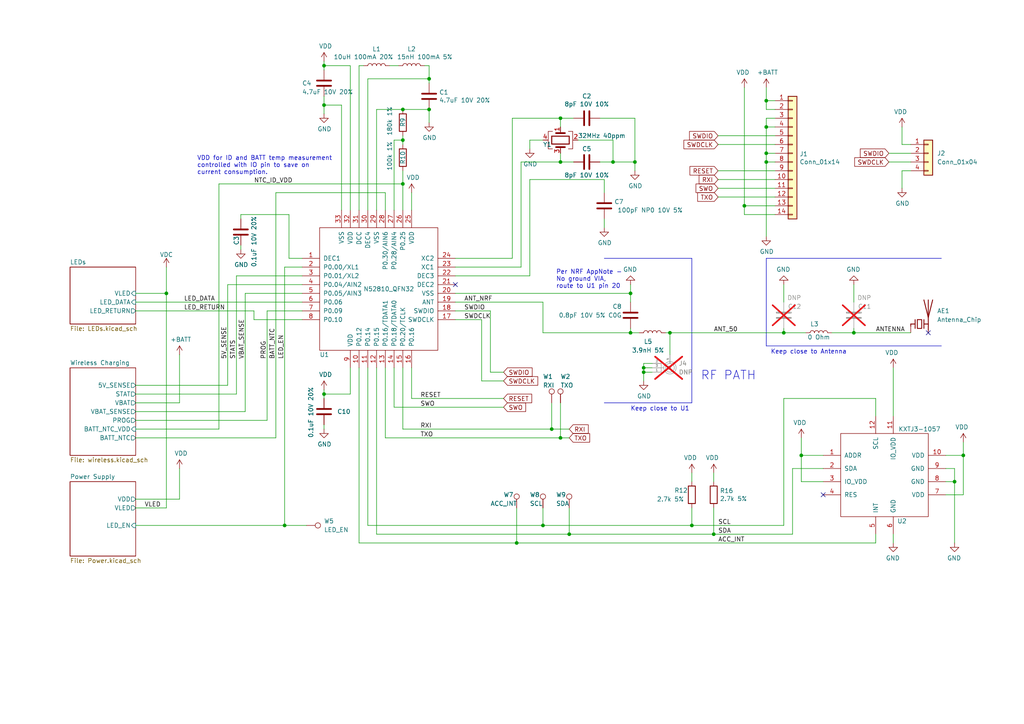
<source format=kicad_sch>
(kicad_sch (version 20250114) (generator "eeschema") (generator_version "9.0")
  (paper "A4")
  (title_block (title "Pixels D12 Schematic, Main") (date "2022-12-23") (rev "2") (company "Systemic Games, LLC"))
  (lib_symbols
    (symbol "Connector_Generic:Conn_01x04" (pin_names (offset 1.016) (hide yes))
      (property "Reference" "J" (at 0 5.08 0))
      (property "Value" "Conn_01x04" (at 0 -7.62 0))
      (symbol "Conn_01x04_1_1"
        (rectangle (start -1.27 3.81) (end 1.27 -6.35) (stroke (width 0.254)) (fill (type background)))
        (rectangle (start -1.27 2.667) (end 0 2.413) (stroke (width 0.1524)))
        (rectangle (start -1.27 0.127) (end 0 -0.127) (stroke (width 0.1524)))
        (rectangle (start -1.27 -2.413) (end 0 -2.667) (stroke (width 0.1524)))
        (rectangle (start -1.27 -4.953) (end 0 -5.207) (stroke (width 0.1524)))
        (pin passive line (at -5.08 2.54 0) (length 3.81) (name "Pin_1") (number "1"))
        (pin passive line (at -5.08 0 0) (length 3.81) (name "Pin_2") (number "2"))
        (pin passive line (at -5.08 -2.54 0) (length 3.81) (name "Pin_3") (number "3"))
        (pin passive line (at -5.08 -5.08 0) (length 3.81) (name "Pin_4") (number "4"))
      )
    )
    (symbol "Connector_Generic:Conn_01x14" (pin_names (offset 1.016) (hide yes))
      (property "Reference" "J" (at 0 17.78 0))
      (property "Value" "Conn_01x14" (at 0 -20.32 0))
      (symbol "Conn_01x14_1_1"
        (rectangle (start -1.27 16.51) (end 1.27 -19.05) (stroke (width 0.254)) (fill (type background)))
        (rectangle (start -1.27 15.367) (end 0 15.113) (stroke (width 0.1524)))
        (rectangle (start -1.27 12.827) (end 0 12.573) (stroke (width 0.1524)))
        (rectangle (start -1.27 10.287) (end 0 10.033) (stroke (width 0.1524)))
        (rectangle (start -1.27 7.747) (end 0 7.493) (stroke (width 0.1524)))
        (rectangle (start -1.27 5.207) (end 0 4.953) (stroke (width 0.1524)))
        (rectangle (start -1.27 2.667) (end 0 2.413) (stroke (width 0.1524)))
        (rectangle (start -1.27 0.127) (end 0 -0.127) (stroke (width 0.1524)))
        (rectangle (start -1.27 -2.413) (end 0 -2.667) (stroke (width 0.1524)))
        (rectangle (start -1.27 -4.953) (end 0 -5.207) (stroke (width 0.1524)))
        (rectangle (start -1.27 -7.493) (end 0 -7.747) (stroke (width 0.1524)))
        (rectangle (start -1.27 -10.033) (end 0 -10.287) (stroke (width 0.1524)))
        (rectangle (start -1.27 -12.573) (end 0 -12.827) (stroke (width 0.1524)))
        (rectangle (start -1.27 -15.113) (end 0 -15.367) (stroke (width 0.1524)))
        (rectangle (start -1.27 -17.653) (end 0 -17.907) (stroke (width 0.1524)))
        (pin passive line (at -5.08 15.24 0) (length 3.81) (name "Pin_1") (number "1"))
        (pin passive line (at -5.08 12.7 0) (length 3.81) (name "Pin_2") (number "2"))
        (pin passive line (at -5.08 10.16 0) (length 3.81) (name "Pin_3") (number "3"))
        (pin passive line (at -5.08 7.62 0) (length 3.81) (name "Pin_4") (number "4"))
        (pin passive line (at -5.08 5.08 0) (length 3.81) (name "Pin_5") (number "5"))
        (pin passive line (at -5.08 2.54 0) (length 3.81) (name "Pin_6") (number "6"))
        (pin passive line (at -5.08 0 0) (length 3.81) (name "Pin_7") (number "7"))
        (pin passive line (at -5.08 -2.54 0) (length 3.81) (name "Pin_8") (number "8"))
        (pin passive line (at -5.08 -5.08 0) (length 3.81) (name "Pin_9") (number "9"))
        (pin passive line (at -5.08 -7.62 0) (length 3.81) (name "Pin_10") (number "10"))
        (pin passive line (at -5.08 -10.16 0) (length 3.81) (name "Pin_11") (number "11"))
        (pin passive line (at -5.08 -12.7 0) (length 3.81) (name "Pin_12") (number "12"))
        (pin passive line (at -5.08 -15.24 0) (length 3.81) (name "Pin_13") (number "13"))
        (pin passive line (at -5.08 -17.78 0) (length 3.81) (name "Pin_14") (number "14"))
      )
    )
    (symbol "Device:Antenna_Chip" (pin_numbers (hide yes)) (pin_names (offset 1.016) (hide yes))
      (property "Reference" "AE" (at 0 5.08 0))
      (property "Value" "Antenna_Chip" (at 0 3.175 0))
      (symbol "Antenna_Chip_0_1"
        (polyline (pts (xy -2.54 0) (xy -2.54 -0.635)) (stroke (width 0.254)))
        (polyline (pts (xy -2.54 0) (xy -1.27 0)) (stroke (width 0.254)))
        (polyline (pts (xy -1.27 1.27) (xy -1.27 -1.27) (xy -1.27 0)) (stroke (width 0.254)))
        (polyline (pts (xy -0.635 1.27) (xy 0.635 1.27) (xy 0.635 -1.27) (xy -0.635 -1.27) (xy -0.635 1.27)) (stroke (width 0.254)))
        (polyline (pts (xy 1.27 1.27) (xy 1.27 -1.27)) (stroke (width 0.254)))
        (polyline (pts (xy 1.27 0) (xy 2.54 0)) (stroke (width 0.254)))
        (polyline (pts (xy 2.54 6.985) (xy 2.54 -1.905)) (stroke (width 0.254)))
        (polyline (pts (xy 2.54 -0.635) (xy 2.54 0)))
        (polyline (pts (xy 3.81 6.985) (xy 2.54 1.905) (xy 1.27 6.985)) (stroke (width 0.254)))
      )
      (symbol "Antenna_Chip_1_1"
        (pin input line (at -2.54 -2.54 90) (length 2.54) (name "FEED") (number "1"))
        (pin passive line (at 2.54 -2.54 90) (length 2.54) (name "PCB_Trace") (number "2"))
      )
    )
    (symbol "Device:C" (pin_numbers (hide yes)) (pin_names (offset 0.254))
      (property "Reference" "C" (at 0.635 2.54 0))
      (property "Value" "C" (at 0.635 -2.54 0))
      (symbol "C_0_1"
        (polyline (pts (xy -2.032 0.762) (xy 2.032 0.762)) (stroke (width 0.508)))
        (polyline (pts (xy -2.032 -0.762) (xy 2.032 -0.762)) (stroke (width 0.508)))
      )
      (symbol "C_1_1"
        (pin passive line (at 0 3.81 270) (length 2.794) (name "~") (number "1"))
        (pin passive line (at 0 -3.81 90) (length 2.794) (name "~") (number "2"))
      )
    )
    (symbol "Device:Crystal_GND24" (pin_names (offset 1.016) (hide yes))
      (property "Reference" "Y" (at 3.175 5.08 0))
      (property "Value" "Crystal_GND24" (at 3.175 3.175 0))
      (symbol "Crystal_GND24_0_1"
        (polyline (pts (xy -2.54 2.286) (xy -2.54 3.556) (xy 2.54 3.556) (xy 2.54 2.286)))
        (polyline (pts (xy -2.54 0) (xy -2.032 0)))
        (polyline (pts (xy -2.54 -2.286) (xy -2.54 -3.556) (xy 2.54 -3.556) (xy 2.54 -2.286)))
        (polyline (pts (xy -2.032 -1.27) (xy -2.032 1.27)) (stroke (width 0.508)))
        (rectangle (start -1.143 2.54) (end 1.143 -2.54) (stroke (width 0.3048)))
        (polyline (pts (xy 0 3.556) (xy 0 3.81)))
        (polyline (pts (xy 0 -3.81) (xy 0 -3.556)))
        (polyline (pts (xy 2.032 0) (xy 2.54 0)))
        (polyline (pts (xy 2.032 -1.27) (xy 2.032 1.27)) (stroke (width 0.508)))
      )
      (symbol "Crystal_GND24_1_1"
        (pin passive line (at -3.81 0 0) (length 1.27) (name "1") (number "1"))
        (pin passive line (at 0 5.08 270) (length 1.27) (name "2") (number "2"))
        (pin passive line (at 0 -5.08 90) (length 1.27) (name "4") (number "4"))
        (pin passive line (at 3.81 0 180) (length 1.27) (name "3") (number "3"))
      )
    )
    (symbol "Device:L" (pin_numbers (hide yes)) (pin_names (offset 1.016) (hide yes))
      (property "Reference" "L" (at -1.27 0 90))
      (property "Value" "L" (at 1.905 0 90))
      (symbol "L_0_1"
        (arc (start 0 2.54) (mid 0.6323 1.905) (end 0 1.27))
        (arc (start 0 1.27) (mid 0.6323 0.635) (end 0 0))
        (arc (start 0 0) (mid 0.6323 -0.635) (end 0 -1.27))
        (arc (start 0 -1.27) (mid 0.6323 -1.905) (end 0 -2.54))
      )
      (symbol "L_1_1"
        (pin passive line (at 0 3.81 270) (length 1.27) (name "1") (number "1"))
        (pin passive line (at 0 -3.81 90) (length 1.27) (name "2") (number "2"))
      )
    )
    (symbol "Device:R" (pin_numbers (hide yes)) (pin_names (offset 0))
      (property "Reference" "R" (at 2.032 0 90))
      (property "Value" "R" (at 0 0 90))
      (symbol "R_0_1"
        (rectangle (start -1.016 -2.54) (end 1.016 2.54) (stroke (width 0.254)))
      )
      (symbol "R_1_1"
        (pin passive line (at 0 3.81 270) (length 1.27) (name "~") (number "1"))
        (pin passive line (at 0 -3.81 90) (length 1.27) (name "~") (number "2"))
      )
    )
    (symbol "Pixels-dice:KXTJ3-1057" (pin_names (offset 1.016))
      (property "Reference" "U" (at 10.16 -12.7 0))
      (property "Value" "KXTJ3-1057" (at 8.89 13.97 0))
      (symbol "KXTJ3-1057_0_1"
        (rectangle (start -12.7 12.7) (end 12.7 -11.43))
      )
      (symbol "KXTJ3-1057_1_1"
        (pin input line (at -17.78 6.35 0) (length 5.08) (name "ADDR") (number "1"))
        (pin bidirectional line (at -17.78 2.54 0) (length 5.08) (name "SDA") (number "2"))
        (pin power_in line (at -17.78 -1.27 0) (length 5.08) (name "IO_VDD") (number "3"))
        (pin passive line (at -17.78 -5.08 0) (length 5.08) (name "RES") (number "4"))
        (pin input line (at -2.54 17.78 270) (length 5.08) (name "SCL") (number "12"))
        (pin output line (at -2.54 -16.51 90) (length 5.08) (name "INT") (number "5"))
        (pin power_in line (at 2.54 17.78 270) (length 5.08) (name "IO_VDD") (number "11"))
        (pin power_in line (at 2.54 -16.51 90) (length 5.08) (name "GND") (number "6"))
        (pin power_in line (at 17.78 6.35 180) (length 5.08) (name "VDD") (number "10"))
        (pin power_in line (at 17.78 2.54 180) (length 5.08) (name "GND") (number "9"))
        (pin power_in line (at 17.78 -1.27 180) (length 5.08) (name "GND") (number "8"))
        (pin power_in line (at 17.78 -5.08 180) (length 5.08) (name "VDD") (number "7"))
      )
    )
    (symbol "Pixels-dice:N52810_QFN32" (pin_names (offset 1.016))
      (property "Reference" "U" (at 13.97 -19.05 0))
      (property "Value" "N52810_QFN32" (at 2.54 0 0))
      (symbol "N52810_QFN32_0_1"
        (rectangle (start -17.78 17.78) (end 16.51 -17.78))
      )
      (symbol "N52810_QFN32_1_1"
        (pin power_out line (at -22.86 8.89 0) (length 5.08) (name "DEC1") (number "1"))
        (pin bidirectional line (at -22.86 6.35 0) (length 5.08) (name "P0.00/XL1") (number "2"))
        (pin bidirectional line (at -22.86 3.81 0) (length 5.08) (name "P0.01/XL2") (number "3"))
        (pin bidirectional line (at -22.86 1.27 0) (length 5.08) (name "P0.04/AIN2") (number "4"))
        (pin bidirectional line (at -22.86 -1.27 0) (length 5.08) (name "P0.05/AIN3") (number "5"))
        (pin bidirectional line (at -22.86 -3.81 0) (length 5.08) (name "P0.06") (number "6"))
        (pin bidirectional line (at -22.86 -6.35 0) (length 5.08) (name "P0.09") (number "7"))
        (pin bidirectional line (at -22.86 -8.89 0) (length 5.08) (name "P0.10") (number "8"))
        (pin power_in line (at -11.43 22.86 270) (length 5.08) (name "VSS") (number "33"))
        (pin power_in line (at -8.89 22.86 270) (length 5.08) (name "VDD") (number "32"))
        (pin power_in line (at -8.89 -22.86 90) (length 5.08) (name "VDD") (number "9"))
        (pin output line (at -6.35 22.86 270) (length 5.08) (name "DCC") (number "31"))
        (pin bidirectional line (at -6.35 -22.86 90) (length 5.08) (name "P0.12") (number "10"))
        (pin output line (at -3.81 22.86 270) (length 5.08) (name "DEC4") (number "30"))
        (pin bidirectional line (at -3.81 -22.86 90) (length 5.08) (name "P0.14") (number "11"))
        (pin power_in line (at -1.27 22.86 270) (length 5.08) (name "VSS") (number "29"))
        (pin bidirectional line (at -1.27 -22.86 90) (length 5.08) (name "P0.15") (number "12"))
        (pin bidirectional line (at 1.27 22.86 270) (length 5.08) (name "P0.30/AIN6") (number "28"))
        (pin bidirectional line (at 1.27 -22.86 90) (length 5.08) (name "P0.16/TDATA1") (number "13"))
        (pin bidirectional line (at 3.81 22.86 270) (length 5.08) (name "P0.28/AIN4") (number "27"))
        (pin bidirectional line (at 3.81 -22.86 90) (length 5.08) (name "P0.18/TDATA0") (number "14"))
        (pin bidirectional line (at 6.35 22.86 270) (length 5.08) (name "P0.25") (number "26"))
        (pin bidirectional line (at 6.35 -22.86 90) (length 5.08) (name "P0.20/TCLK") (number "15"))
        (pin power_in line (at 8.89 22.86 270) (length 5.08) (name "VDD") (number "25"))
        (pin bidirectional line (at 8.89 -22.86 90) (length 5.08) (name "P0.16") (number "16"))
        (pin input line (at 21.59 8.89 180) (length 5.08) (name "XC2") (number "24"))
        (pin output line (at 21.59 6.35 180) (length 5.08) (name "XC1") (number "23"))
        (pin output line (at 21.59 3.81 180) (length 5.08) (name "DEC3") (number "22"))
        (pin output line (at 21.59 1.27 180) (length 5.08) (name "DEC2") (number "21"))
        (pin output line (at 21.59 -1.27 180) (length 5.08) (name "VSS") (number "20"))
        (pin output line (at 21.59 -3.81 180) (length 5.08) (name "ANT") (number "19"))
        (pin bidirectional line (at 21.59 -6.35 180) (length 5.08) (name "SWDIO") (number "18"))
        (pin bidirectional line (at 21.59 -8.89 180) (length 5.08) (name "SWDCLK") (number "17"))
      )
    )
    (symbol "Pixels-dice:TEST_1P-conn" (pin_numbers (hide yes)) (pin_names (offset 0.762) (hide yes))
      (property "Reference" "W" (at 0 6.858 0))
      (property "Value" "TEST_1P-conn" (at 0 5.08 0))
      (symbol "TEST_1P-conn_0_1"
        (circle (center 0 3.302) (radius 0.762))
      )
      (symbol "TEST_1P-conn_1_1"
        (pin passive line (at 0 0 90) (length 2.54) (name "1") (number "1"))
      )
    )
    (symbol "Pixels-dice:W.FL"
      (property "Reference" "J" (at 3.81 -1.27 0))
      (property "Value" "W.FL" (at 4.445 1.27 0))
      (symbol "W.FL_0_1"
        (polyline (pts (xy -1.27 -2.54) (xy 1.27 -2.54)))
        (circle (center 0 0) (radius 1.27))
        (circle (center 0 0) (radius 1.7961))
        (polyline (pts (xy 0 -2.54) (xy 0 -1.905)))
      )
      (symbol "W.FL_1_1"
        (pin passive line (at -3.81 0 0) (length 2.54) (name "RF") (number "4"))
        (pin passive line (at -1.27 -5.08 90) (length 2.54) (name "") (number "2"))
        (pin passive line (at 0 -5.08 90) (length 2.54) (name "") (number "3"))
        (pin passive line (at 1.27 -5.08 90) (length 2.54) (name "") (number "1"))
      )
    )
    (symbol "power:+BATT" (power) (pin_names (offset 0))
      (property "Value" "+BATT" (at 0 3.556 0))
      (symbol "+BATT_0_1"
        (polyline (pts (xy -0.762 1.27) (xy 0 2.54)))
        (polyline (pts (xy 0 2.54) (xy 0.762 1.27)))
        (polyline (pts (xy 0 0) (xy 0 2.54)))
      )
      (symbol "+BATT_1_1"
        (pin power_in line (at 0 0 90) (length 0) (hide yes) (name "+BATT") (number "1"))
      )
    )
    (symbol "power:GND" (power) (pin_names (offset 0))
      (property "Value" "GND" (at 0 -3.81 0))
      (symbol "GND_0_1"
        (polyline (pts (xy 0 0) (xy 0 -1.27) (xy 1.27 -1.27) (xy 0 -2.54) (xy -1.27 -1.27) (xy 0 -1.27)))
      )
      (symbol "GND_1_1"
        (pin power_in line (at 0 0 270) (length 0) (hide yes) (name "GND") (number "1"))
      )
    )
    (symbol "power:VDC" (power) (pin_names (offset 0))
      (property "Value" "VDC" (at 0 6.35 0))
      (symbol "VDC_0_1"
        (polyline (pts (xy -0.762 1.27) (xy 0 2.54)))
        (polyline (pts (xy 0 2.54) (xy 0.762 1.27)))
        (polyline (pts (xy 0 0) (xy 0 2.54)))
      )
      (symbol "VDC_1_1"
        (pin power_in line (at 0 0 90) (length 0) (hide yes) (name "VDC") (number "1"))
      )
    )
    (symbol "power:VDD" (power) (pin_names (offset 0))
      (property "Value" "VDD" (at 0 3.81 0))
      (symbol "VDD_0_1"
        (polyline (pts (xy -0.762 1.27) (xy 0 2.54)))
        (polyline (pts (xy 0 2.54) (xy 0.762 1.27)))
        (polyline (pts (xy 0 0) (xy 0 2.54)))
      )
      (symbol "VDD_1_1"
        (pin power_in line (at 0 0 90) (length 0) (hide yes) (name "VDD") (number "1"))
      )
    )
  )
  (text "RF PATH" (at 203.2 110.49 0) (effects (font (size 2.54 2.54)) (justify left bottom)))
  (text "VDD for ID and BATT temp measurement\ncontrolled with IO pin to save on\ncurrent consumption." (at 57.15 50.8 0) (effects (font (size 1.27 1.27)) (justify left bottom)))
  (text "Keep close to U1" (at 182.88 119.38 0) (effects (font (size 1.27 1.27)) (justify left bottom)))
  (text "Per NRF AppNote -\nNo ground VIA,\nroute to U1 pin 20" (at 161.29 83.82 0) (effects (font (size 1.27 1.27)) (justify left bottom)))
  (text "Keep close to Antenna" (at 223.52 102.87 0) (effects (font (size 1.27 1.27)) (justify left bottom)))
  (junction (at 279.4 132.08))
  (junction (at 247.65 96.52))
  (junction (at 177.8 46.99))
  (junction (at 276.86 139.7))
  (junction (at 93.98 30.48))
  (junction (at 93.98 19.05))
  (junction (at 194.31 96.52))
  (junction (at 124.46 31.75))
  (junction (at 116.84 40.64))
  (junction (at 162.56 46.99))
  (junction (at 149.86 157.48))
  (junction (at 165.1 154.94))
  (junction (at 182.88 85.09))
  (junction (at 207.01 154.94))
  (junction (at 222.25 36.83))
  (junction (at 93.98 114.3))
  (junction (at 124.46 22.86))
  (junction (at 82.55 152.4))
  (junction (at 222.25 44.45))
  (junction (at 116.84 31.75))
  (junction (at 222.25 29.21))
  (junction (at 184.15 46.99))
  (junction (at 222.25 46.99))
  (junction (at 48.26 85.09))
  (junction (at 162.56 127))
  (junction (at 232.41 132.08))
  (junction (at 215.9 59.69))
  (junction (at 157.48 152.4))
  (junction (at 160.02 124.46))
  (junction (at 200.66 152.4))
  (junction (at 227.33 96.52))
  (junction (at 186.69 106.68))
  (junction (at 186.69 107.95))
  (junction (at 116.84 53.34))
  (junction (at 162.56 34.29))
  (junction (at 182.88 96.52))
  (no_connect (at 132.08 82.55))
  (no_connect (at 238.76 143.51))
  (no_connect (at 269.24 96.52))
  (wire (pts (xy 99.06 30.48) (xy 93.98 30.48)))
  (wire (pts (xy 99.06 30.48) (xy 99.06 60.96)))
  (wire (pts (xy 222.25 34.29) (xy 222.25 36.83)))
  (wire (pts (xy 207.01 137.16) (xy 207.01 139.7)))
  (wire (pts (xy 257.81 46.99) (xy 264.16 46.99)))
  (wire (pts (xy 194.31 96.52) (xy 227.33 96.52)))
  (wire (pts (xy 149.86 147.32) (xy 149.86 157.48)))
  (wire (pts (xy 109.22 31.75) (xy 109.22 60.96)))
  (wire (pts (xy 177.8 40.64) (xy 177.8 46.99)))
  (wire (pts (xy 227.33 96.52) (xy 233.68 96.52)))
  (wire (pts (xy 68.58 80.01) (xy 68.58 114.3)))
  (wire (pts (xy 151.13 77.47) (xy 151.13 46.99)))
  (wire (pts (xy 93.98 19.05) (xy 93.98 20.32)))
  (wire (pts (xy 232.41 139.7) (xy 232.41 132.08)))
  (wire (pts (xy 73.66 92.71) (xy 73.66 90.17)))
  (wire (pts (xy 279.4 143.51) (xy 274.32 143.51)))
  (wire (pts (xy 101.6 19.05) (xy 93.98 19.05)))
  (wire (pts (xy 173.99 46.99) (xy 177.8 46.99)))
  (wire (pts (xy 153.67 80.01) (xy 132.08 80.01)))
  (wire (pts (xy 139.7 110.49) (xy 146.05 110.49)))
  (wire (pts (xy 261.62 49.53) (xy 261.62 54.61)))
  (wire (pts (xy 132.08 74.93) (xy 148.59 74.93)))
  (wire (pts (xy 238.76 135.89) (xy 229.87 135.89)))
  (wire (pts (xy 207.01 147.32) (xy 207.01 154.94)))
  (wire (pts (xy 184.15 34.29) (xy 184.15 46.99)))
  (wire (pts (xy 224.79 46.99) (xy 222.25 46.99)))
  (wire (pts (xy 160.02 124.46) (xy 165.1 124.46)))
  (wire (pts (xy 162.56 34.29) (xy 166.37 34.29)))
  (wire (pts (xy 259.08 154.94) (xy 259.08 157.48)))
  (wire (pts (xy 39.37 114.3) (xy 68.58 114.3)))
  (wire (pts (xy 208.28 41.91) (xy 224.79 41.91)))
  (wire (pts (xy 39.37 147.32) (xy 48.26 147.32)))
  (wire (pts (xy 215.9 59.69) (xy 215.9 62.23)))
  (wire (pts (xy 116.84 124.46) (xy 116.84 106.68)))
  (wire (pts (xy 261.62 49.53) (xy 264.16 49.53)))
  (wire (pts (xy 162.56 127) (xy 165.1 127)))
  (wire (pts (xy 227.33 95.25) (xy 227.33 96.52)))
  (wire (pts (xy 80.01 55.88) (xy 111.76 55.88)))
  (wire (pts (xy 111.76 55.88) (xy 111.76 60.96)))
  (wire (pts (xy 124.46 31.75) (xy 124.46 35.56)))
  (wire (pts (xy 39.37 111.76) (xy 66.04 111.76)))
  (wire (pts (xy 93.98 114.3) (xy 93.98 115.57)))
  (wire (pts (xy 189.23 105.41) (xy 186.69 105.41)))
  (wire (pts (xy 149.86 157.48) (xy 254 157.48)))
  (wire (pts (xy 66.04 82.55) (xy 66.04 111.76)))
  (wire (pts (xy 224.79 59.69) (xy 215.9 59.69)))
  (wire (pts (xy 274.32 139.7) (xy 276.86 139.7)))
  (wire (pts (xy 148.59 74.93) (xy 148.59 34.29)))
  (wire (pts (xy 87.63 92.71) (xy 73.66 92.71)))
  (wire (pts (xy 106.68 106.68) (xy 106.68 152.4)))
  (wire (pts (xy 132.08 90.17) (xy 142.24 90.17)))
  (wire (pts (xy 114.3 106.68) (xy 114.3 118.11)))
  (wire (pts (xy 101.6 19.05) (xy 101.6 60.96)))
  (wire (pts (xy 182.88 82.55) (xy 182.88 85.09)))
  (wire (pts (xy 254 120.65) (xy 254 115.57)))
  (wire (pts (xy 261.62 41.91) (xy 264.16 41.91)))
  (wire (pts (xy 222.25 31.75) (xy 224.79 31.75)))
  (wire (pts (xy 93.98 114.3) (xy 93.98 113.03)))
  (wire (pts (xy 87.63 90.17) (xy 77.47 90.17)))
  (wire (pts (xy 142.24 107.95) (xy 146.05 107.95)))
  (wire (pts (xy 222.25 29.21) (xy 222.25 31.75)))
  (wire (pts (xy 157.48 40.64) (xy 153.67 40.64)))
  (wire (pts (xy 160.02 116.84) (xy 160.02 124.46)))
  (wire (pts (xy 186.69 107.95) (xy 186.69 110.49)))
  (wire (pts (xy 39.37 90.17) (xy 73.66 90.17)))
  (wire (pts (xy 222.25 44.45) (xy 222.25 46.99)))
  (wire (pts (xy 124.46 22.86) (xy 124.46 24.13)))
  (wire (pts (xy 186.69 105.41) (xy 186.69 106.68)))
  (wire (pts (xy 52.07 144.78) (xy 52.07 135.89)))
  (wire (pts (xy 182.88 96.52) (xy 185.42 96.52)))
  (wire (pts (xy 227.33 82.55) (xy 227.33 87.63)))
  (wire (pts (xy 182.88 95.25) (xy 182.88 96.52)))
  (wire (pts (xy 104.14 19.05) (xy 104.14 60.96)))
  (wire (pts (xy 189.23 107.95) (xy 186.69 107.95)))
  (wire (pts (xy 114.3 40.64) (xy 114.3 60.96)))
  (wire (pts (xy 39.37 87.63) (xy 87.63 87.63)))
  (wire (pts (xy 157.48 96.52) (xy 182.88 96.52)))
  (wire (pts (xy 123.19 19.05) (xy 124.46 19.05)))
  (wire (pts (xy 124.46 22.86) (xy 106.68 22.86)))
  (wire (pts (xy 165.1 154.94) (xy 207.01 154.94)))
  (wire (pts (xy 193.04 96.52) (xy 194.31 96.52)))
  (wire (pts (xy 208.28 49.53) (xy 224.79 49.53)))
  (wire (pts (xy 232.41 132.08) (xy 238.76 132.08)))
  (wire (pts (xy 173.99 34.29) (xy 184.15 34.29)))
  (wire (pts (xy 222.25 36.83) (xy 222.25 44.45)))
  (polyline (pts (xy 200.66 74.93) (xy 200.66 116.84)))
  (wire (pts (xy 39.37 85.09) (xy 48.26 85.09)))
  (wire (pts (xy 274.32 135.89) (xy 276.86 135.89)))
  (wire (pts (xy 279.4 132.08) (xy 279.4 143.51)))
  (wire (pts (xy 114.3 40.64) (xy 116.84 40.64)))
  (wire (pts (xy 151.13 46.99) (xy 162.56 46.99)))
  (wire (pts (xy 232.41 132.08) (xy 232.41 127)))
  (wire (pts (xy 101.6 114.3) (xy 93.98 114.3)))
  (wire (pts (xy 111.76 127) (xy 162.56 127)))
  (polyline (pts (xy 222.25 74.93) (xy 222.25 100.33)))
  (wire (pts (xy 227.33 115.57) (xy 227.33 152.4)))
  (wire (pts (xy 247.65 82.55) (xy 247.65 87.63)))
  (wire (pts (xy 276.86 139.7) (xy 276.86 157.48)))
  (wire (pts (xy 82.55 77.47) (xy 82.55 152.4)))
  (wire (pts (xy 200.66 137.16) (xy 200.66 139.7)))
  (wire (pts (xy 88.9 152.4) (xy 82.55 152.4)))
  (wire (pts (xy 222.25 34.29) (xy 224.79 34.29)))
  (wire (pts (xy 162.56 46.99) (xy 166.37 46.99)))
  (wire (pts (xy 215.9 62.23) (xy 224.79 62.23)))
  (wire (pts (xy 222.25 46.99) (xy 222.25 68.58)))
  (wire (pts (xy 116.84 124.46) (xy 160.02 124.46)))
  (wire (pts (xy 175.26 52.07) (xy 175.26 55.88)))
  (wire (pts (xy 182.88 85.09) (xy 182.88 87.63)))
  (wire (pts (xy 119.38 106.68) (xy 119.38 115.57)))
  (wire (pts (xy 247.65 95.25) (xy 247.65 96.52)))
  (wire (pts (xy 208.28 57.15) (xy 224.79 57.15)))
  (wire (pts (xy 157.48 152.4) (xy 200.66 152.4)))
  (wire (pts (xy 261.62 36.83) (xy 261.62 41.91)))
  (wire (pts (xy 148.59 34.29) (xy 162.56 34.29)))
  (wire (pts (xy 257.81 44.45) (xy 264.16 44.45)))
  (wire (pts (xy 39.37 144.78) (xy 52.07 144.78)))
  (wire (pts (xy 39.37 119.38) (xy 71.12 119.38)))
  (wire (pts (xy 124.46 19.05) (xy 124.46 22.86)))
  (wire (pts (xy 48.26 85.09) (xy 48.26 147.32)))
  (wire (pts (xy 82.55 77.47) (xy 87.63 77.47)))
  (wire (pts (xy 200.66 152.4) (xy 227.33 152.4)))
  (wire (pts (xy 39.37 127) (xy 80.01 127)))
  (wire (pts (xy 109.22 154.94) (xy 165.1 154.94)))
  (wire (pts (xy 119.38 55.88) (xy 119.38 60.96)))
  (wire (pts (xy 82.55 152.4) (xy 39.37 152.4)))
  (wire (pts (xy 208.28 54.61) (xy 224.79 54.61)))
  (wire (pts (xy 87.63 82.55) (xy 66.04 82.55)))
  (wire (pts (xy 116.84 49.53) (xy 116.84 53.34)))
  (wire (pts (xy 116.84 31.75) (xy 124.46 31.75)))
  (wire (pts (xy 104.14 19.05) (xy 105.41 19.05)))
  (wire (pts (xy 87.63 80.01) (xy 68.58 80.01)))
  (wire (pts (xy 116.84 53.34) (xy 63.5 53.34)))
  (wire (pts (xy 104.14 157.48) (xy 149.86 157.48)))
  (wire (pts (xy 139.7 92.71) (xy 139.7 110.49)))
  (polyline (pts (xy 222.25 74.93) (xy 273.05 74.93)))
  (wire (pts (xy 194.31 96.52) (xy 194.31 102.87)))
  (wire (pts (xy 186.69 106.68) (xy 186.69 107.95)))
  (polyline (pts (xy 175.26 74.93) (xy 200.66 74.93)))
  (wire (pts (xy 116.84 53.34) (xy 116.84 60.96)))
  (wire (pts (xy 167.64 40.64) (xy 177.8 40.64)))
  (wire (pts (xy 93.98 19.05) (xy 93.98 17.78)))
  (wire (pts (xy 132.08 87.63) (xy 157.48 87.63)))
  (wire (pts (xy 93.98 30.48) (xy 93.98 33.02)))
  (wire (pts (xy 48.26 85.09) (xy 48.26 77.47)))
  (wire (pts (xy 132.08 92.71) (xy 139.7 92.71)))
  (wire (pts (xy 63.5 53.34) (xy 63.5 124.46)))
  (wire (pts (xy 165.1 147.32) (xy 165.1 154.94)))
  (wire (pts (xy 229.87 135.89) (xy 229.87 154.94)))
  (wire (pts (xy 224.79 44.45) (xy 222.25 44.45)))
  (wire (pts (xy 69.85 71.12) (xy 69.85 72.39)))
  (wire (pts (xy 39.37 121.92) (xy 77.47 121.92)))
  (wire (pts (xy 146.05 115.57) (xy 119.38 115.57)))
  (polyline (pts (xy 222.25 100.33) (xy 273.05 100.33)))
  (wire (pts (xy 157.48 87.63) (xy 157.48 96.52)))
  (wire (pts (xy 116.84 40.64) (xy 116.84 41.91)))
  (wire (pts (xy 222.25 25.4) (xy 222.25 29.21)))
  (wire (pts (xy 162.56 116.84) (xy 162.56 127)))
  (wire (pts (xy 157.48 147.32) (xy 157.48 152.4)))
  (wire (pts (xy 83.82 62.23) (xy 69.85 62.23)))
  (wire (pts (xy 142.24 90.17) (xy 142.24 107.95)))
  (wire (pts (xy 109.22 31.75) (xy 116.84 31.75)))
  (wire (pts (xy 279.4 128.27) (xy 279.4 132.08)))
  (wire (pts (xy 247.65 96.52) (xy 264.16 96.52)))
  (wire (pts (xy 87.63 74.93) (xy 83.82 74.93)))
  (wire (pts (xy 39.37 124.46) (xy 63.5 124.46)))
  (wire (pts (xy 93.98 27.94) (xy 93.98 30.48)))
  (wire (pts (xy 153.67 52.07) (xy 153.67 80.01)))
  (wire (pts (xy 254 154.94) (xy 254 157.48)))
  (wire (pts (xy 106.68 22.86) (xy 106.68 60.96)))
  (wire (pts (xy 71.12 85.09) (xy 71.12 119.38)))
  (wire (pts (xy 177.8 46.99) (xy 184.15 46.99)))
  (wire (pts (xy 83.82 74.93) (xy 83.82 62.23)))
  (wire (pts (xy 207.01 154.94) (xy 229.87 154.94)))
  (wire (pts (xy 116.84 39.37) (xy 116.84 40.64)))
  (wire (pts (xy 80.01 55.88) (xy 80.01 127)))
  (wire (pts (xy 39.37 116.84) (xy 52.07 116.84)))
  (wire (pts (xy 104.14 106.68) (xy 104.14 157.48)))
  (wire (pts (xy 175.26 63.5) (xy 175.26 66.04)))
  (wire (pts (xy 153.67 40.64) (xy 153.67 43.18)))
  (wire (pts (xy 77.47 90.17) (xy 77.47 121.92)))
  (wire (pts (xy 113.03 19.05) (xy 115.57 19.05)))
  (wire (pts (xy 184.15 46.99) (xy 184.15 49.53)))
  (wire (pts (xy 162.56 44.45) (xy 162.56 46.99)))
  (wire (pts (xy 208.28 39.37) (xy 224.79 39.37)))
  (wire (pts (xy 162.56 36.83) (xy 162.56 34.29)))
  (wire (pts (xy 279.4 132.08) (xy 274.32 132.08)))
  (wire (pts (xy 254 115.57) (xy 227.33 115.57)))
  (wire (pts (xy 175.26 52.07) (xy 153.67 52.07)))
  (wire (pts (xy 241.3 96.52) (xy 247.65 96.52)))
  (wire (pts (xy 238.76 139.7) (xy 232.41 139.7)))
  (wire (pts (xy 146.05 118.11) (xy 114.3 118.11)))
  (wire (pts (xy 69.85 62.23) (xy 69.85 63.5)))
  (wire (pts (xy 224.79 36.83) (xy 222.25 36.83)))
  (wire (pts (xy 111.76 127) (xy 111.76 106.68)))
  (wire (pts (xy 109.22 106.68) (xy 109.22 154.94)))
  (wire (pts (xy 215.9 25.4) (xy 215.9 59.69)))
  (wire (pts (xy 276.86 135.89) (xy 276.86 139.7)))
  (wire (pts (xy 259.08 106.68) (xy 259.08 120.65)))
  (wire (pts (xy 222.25 29.21) (xy 224.79 29.21)))
  (wire (pts (xy 132.08 77.47) (xy 151.13 77.47)))
  (wire (pts (xy 200.66 147.32) (xy 200.66 152.4)))
  (wire (pts (xy 189.23 106.68) (xy 186.69 106.68)))
  (wire (pts (xy 101.6 106.68) (xy 101.6 114.3)))
  (wire (pts (xy 52.07 102.87) (xy 52.07 116.84)))
  (wire (pts (xy 87.63 85.09) (xy 71.12 85.09)))
  (polyline (pts (xy 175.26 116.84) (xy 200.66 116.84)))
  (wire (pts (xy 208.28 52.07) (xy 224.79 52.07)))
  (wire (pts (xy 106.68 152.4) (xy 157.48 152.4)))
  (wire (pts (xy 132.08 85.09) (xy 182.88 85.09)))
  (wire (pts (xy 93.98 123.19) (xy 93.98 124.46)))
  (label "TXO" (at 121.92 127 0))
  (label "ANT_50" (at 207.01 96.52 0))
  (label "ACC_INT" (at 208.28 157.48 0))
  (label "SWDCLK" (at 134.62 92.71 0))
  (label "VBAT_SENSE" (at 71.12 104.14 90))
  (label "5V_SENSE" (at 66.04 104.14 90))
  (label "ANT_NRF" (at 134.62 87.63 0))
  (label "BATT_NTC" (at 80.01 104.14 90))
  (label "SDA" (at 208.28 154.94 0))
  (label "LED_EN" (at 82.55 104.14 90))
  (label "RXI" (at 121.92 124.46 0))
  (label "ANTENNA" (at 254 96.52 0))
  (label "SWDIO" (at 134.62 90.17 0))
  (label "SWO" (at 121.92 118.11 0))
  (label "NTC_ID_VDD" (at 73.66 53.34 0))
  (label "PROG" (at 77.47 104.14 90))
  (label "LED_DATA" (at 53.34 87.63 0))
  (label "RESET" (at 121.92 115.57 0))
  (label "LED_RETURN" (at 53.34 90.17 0))
  (label "SCL" (at 208.28 152.4 0))
  (label "VLED" (at 41.91 147.32 0))
  (label "STATS" (at 68.58 104.14 90))
  (global_label "TXO" (shape input) (at 165.1 127 0) (property "Intersheetrefs" "${INTERSHEET_REFS}" (effects (hide yes))))
  (global_label "RESET" (shape input) (at 208.28 49.53 180) (property "Intersheetrefs" "${INTERSHEET_REFS}" (effects (hide yes))))
  (global_label "SWDIO" (shape input) (at 146.05 107.95 0) (property "Intersheetrefs" "${INTERSHEET_REFS}" (effects (hide yes))))
  (global_label "SWDCLK" (shape input) (at 257.81 46.99 180) (property "Intersheetrefs" "${INTERSHEET_REFS}" (effects (hide yes))))
  (global_label "RXI" (shape input) (at 208.28 52.07 180) (property "Intersheetrefs" "${INTERSHEET_REFS}" (effects (hide yes))))
  (global_label "SWO" (shape input) (at 146.05 118.11 0) (property "Intersheetrefs" "${INTERSHEET_REFS}" (effects (hide yes))))
  (global_label "SWDCLK" (shape input) (at 146.05 110.49 0) (property "Intersheetrefs" "${INTERSHEET_REFS}" (effects (hide yes))))
  (global_label "TXO" (shape input) (at 208.28 57.15 180) (property "Intersheetrefs" "${INTERSHEET_REFS}" (effects (hide yes))))
  (global_label "RESET" (shape input) (at 146.05 115.57 0) (property "Intersheetrefs" "${INTERSHEET_REFS}" (effects (hide yes))))
  (global_label "SWO" (shape input) (at 208.28 54.61 180) (property "Intersheetrefs" "${INTERSHEET_REFS}" (effects (hide yes))))
  (global_label "SWDIO" (shape input) (at 257.81 44.45 180) (property "Intersheetrefs" "${INTERSHEET_REFS}" (effects (hide yes))))
  (global_label "RXI" (shape input) (at 165.1 124.46 0) (property "Intersheetrefs" "${INTERSHEET_REFS}" (effects (hide yes))))
  (global_label "SWDCLK" (shape input) (at 208.28 41.91 180) (property "Intersheetrefs" "${INTERSHEET_REFS}" (effects (hide yes))))
  (global_label "SWDIO" (shape input) (at 208.28 39.37 180) (property "Intersheetrefs" "${INTERSHEET_REFS}" (effects (hide yes))))
  (symbol (lib_id "power:GND") (at 93.98 124.46 0) (unit 1)
    (property "Reference" "#PWR016" (effects (hide yes)))
    (property "Value" "GND" (at 94.107 128.8542 0))
  )
  (symbol (lib_id "power:VDD") (at 93.98 113.03 0) (unit 1)
    (property "Reference" "#PWR014" (effects (hide yes)))
    (property "Value" "VDD" (at 94.4118 108.6358 0))
  )
  (symbol (lib_id "Device:C") (at 93.98 119.38 0) (unit 1)
    (property "Reference" "C10" (at 97.79 119.38 0) (effects (justify left)))
    (property "Value" "0.1uF 10V 20%" (at 90.17 127 90) (effects (justify left)))
    (property "Footprint" "Pixels-dice:C_0402_1005Metric" (effects (hide yes)))
    (property "Generic OK" "YES" (effects (hide yes)))
    (property "Pixels Part Number" "SMD-C005" (effects (hide yes)))
    (property "Manufacturer" "Murata" (effects (hide yes)))
    (property "Manufacturer Part Number" "GRM155R61H104KE19D" (effects (hide yes)))
  )
  (symbol (lib_id "power:GND") (at 93.98 33.02 0) (unit 1)
    (property "Reference" "#PWR08" (effects (hide yes)))
    (property "Value" "GND" (at 94.107 37.4142 0))
  )
  (symbol (lib_id "power:VDD") (at 93.98 17.78 0) (unit 1)
    (property "Reference" "#PWR01" (effects (hide yes)))
    (property "Value" "VDD" (at 94.4118 13.3858 0))
  )
  (symbol (lib_id "Device:C") (at 93.98 24.13 0) (unit 1)
    (property "Reference" "C4" (at 87.63 24.13 0) (effects (justify left)))
    (property "Value" "4.7uF 10V 20%" (at 87.63 26.67 0) (effects (justify left)))
    (property "Footprint" "Pixels-dice:C_0402_1005Metric" (effects (hide yes)))
    (property "Generic OK" "YES" (effects (hide yes)))
    (property "Pixels Part Number" "SMD-C002" (effects (hide yes)))
    (property "Manufacturer" "Murata" (effects (hide yes)))
    (property "Manufacturer Part Number" "GRM155R61A475MEAAJ" (effects (hide yes)))
  )
  (symbol (lib_id "power:GND") (at 69.85 72.39 0) (unit 1)
    (property "Reference" "#PWR05" (effects (hide yes)))
    (property "Value" "GND" (at 69.977 76.7842 0))
  )
  (symbol (lib_id "Device:C") (at 69.85 67.31 0) (unit 1)
    (property "Reference" "C3" (at 68.58 71.12 90) (effects (justify left)))
    (property "Value" "0.1uF 10V 20%" (at 73.66 77.47 90) (effects (justify left)))
    (property "Footprint" "Pixels-dice:C_0402_1005Metric" (effects (hide yes)))
    (property "Generic OK" "YES" (effects (hide yes)))
    (property "Pixels Part Number" "SMD-C005" (effects (hide yes)))
    (property "Manufacturer" "Murata" (effects (hide yes)))
    (property "Manufacturer Part Number" "GRM155R61H104KE19D" (effects (hide yes)))
  )
  (symbol (lib_id "Device:L") (at 109.22 19.05 90) (unit 1)
    (property "Reference" "L1" (at 109.22 14.224 90))
    (property "Value" "10uH 100mA 20%" (at 105.41 16.51 90))
    (property "Footprint" "Inductor_SMD:L_0805_2012Metric" (effects (hide yes)))
    (property "Generic OK" "YES" (effects (hide yes)))
    (property "Pixels Part Number" "SMD-L001" (effects (hide yes)))
    (property "Manufacturer" "Murata" (effects (hide yes)))
    (property "Manufacturer Part Number" "LQM21FN100M80L" (effects (hide yes)))
  )
  (symbol (lib_id "Device:L") (at 119.38 19.05 90) (unit 1)
    (property "Reference" "L2" (at 119.38 14.224 90))
    (property "Value" "15nH 100mA 5%" (at 123.19 16.51 90))
    (property "Footprint" "Inductor_SMD:L_0402_1005Metric" (effects (hide yes)))
    (property "Generic OK" "YES" (effects (hide yes)))
    (property "Pixels Part Number" "SMD-L002" (effects (hide yes)))
    (property "Manufacturer" "Murata" (effects (hide yes)))
    (property "Manufacturer Part Number" "LQG15HS15NJ02D" (effects (hide yes)))
  )
  (symbol (lib_id "Device:C") (at 124.46 27.94 0) (unit 1)
    (property "Reference" "C1" (at 127.381 26.7716 0) (effects (justify left)))
    (property "Value" "4.7uF 10V 20%" (at 127.381 29.083 0) (effects (justify left)))
    (property "Footprint" "Pixels-dice:C_0402_1005Metric" (effects (hide yes)))
    (property "Generic OK" "YES" (effects (hide yes)))
    (property "Pixels Part Number" "SMD-C002" (effects (hide yes)))
    (property "Manufacturer" "Murata" (effects (hide yes)))
    (property "Manufacturer Part Number" "GRM155R61A475MEAAJ" (effects (hide yes)))
  )
  (symbol (lib_id "power:GND") (at 124.46 35.56 0) (unit 1)
    (property "Reference" "#PWR03" (effects (hide yes)))
    (property "Value" "GND" (at 124.587 39.9542 0))
  )
  (symbol (lib_id "Device:Crystal_GND24") (at 162.56 40.64 270) (unit 1)
    (property "Reference" "Y1" (at 157.48 41.91 90) (effects (justify left)))
    (property "Value" "32MHz 40ppm" (at 167.64 39.37 90) (effects (justify left)))
    (property "Footprint" "Pixels-dice:Crystal_SMD_2016-4Pin_2.0x1.6mm" (effects (hide yes)))
    (property "Generic OK" "YES" (effects (hide yes)))
    (property "Manufacturer" "Murata" (effects (hide yes)))
    (property "Manufacturer Part Number" "XRCGB32M000F2P00R0" (effects (hide yes)))
    (property "Pixels Part Number" "SMD-Y001" (effects (hide yes)))
  )
  (symbol (lib_id "Device:C") (at 170.18 34.29 270) (unit 1)
    (property "Reference" "C2" (at 170.18 27.8892 90))
    (property "Value" "8pF 10V 10%" (at 170.18 30.2006 90))
    (property "Footprint" "Pixels-dice:C_0402_1005Metric" (effects (hide yes)))
    (property "Generic OK" "YES" (effects (hide yes)))
    (property "Pixels Part Number" "SMD-C001" (effects (hide yes)))
    (property "Manufacturer" "Murata" (effects (hide yes)))
    (property "Manufacturer Part Number" "GRT1555C2A8R0DA02" (effects (hide yes)))
  )
  (symbol (lib_id "Device:C") (at 170.18 46.99 270) (unit 1)
    (property "Reference" "C5" (at 170.18 43.18 90))
    (property "Value" "8pF 10V 10%" (at 170.18 50.8 90))
    (property "Footprint" "Pixels-dice:C_0402_1005Metric" (effects (hide yes)))
    (property "Generic OK" "YES" (effects (hide yes)))
    (property "Pixels Part Number" "SMD-C001" (effects (hide yes)))
    (property "Manufacturer" "Murata" (effects (hide yes)))
    (property "Manufacturer Part Number" "GRT1555C2A8R0DA02" (effects (hide yes)))
  )
  (symbol (lib_id "power:GND") (at 184.15 49.53 0) (unit 1)
    (property "Reference" "#PWR09" (effects (hide yes)))
    (property "Value" "GND" (at 184.277 53.9242 0))
  )
  (symbol (lib_id "power:GND") (at 175.26 66.04 0) (unit 1)
    (property "Reference" "#PWR011" (effects (hide yes)))
    (property "Value" "GND" (at 175.387 70.4342 0))
  )
  (symbol (lib_id "Device:C") (at 175.26 59.69 0) (unit 1)
    (property "Reference" "C7" (at 178.181 58.5216 0) (effects (justify left)))
    (property "Value" "100pF NP0 10V 5%" (at 179.07 60.96 0) (effects (justify left)))
    (property "Footprint" "Pixels-dice:C_0402_1005Metric" (effects (hide yes)))
    (property "Generic OK" "YES" (effects (hide yes)))
    (property "Pixels Part Number" "SMD-C003" (effects (hide yes)))
    (property "Manufacturer" "Murata" (effects (hide yes)))
    (property "Manufacturer Part Number" "GCM1555C1H101JA16J" (effects (hide yes)))
  )
  (symbol (lib_id "power:GND") (at 153.67 43.18 0) (unit 1)
    (property "Reference" "#PWR06" (effects (hide yes)))
    (property "Value" "GND" (at 153.797 47.5742 0))
  )
  (symbol (lib_id "power:VDD") (at 52.07 135.89 0) (unit 1)
    (property "Reference" "#PWR021" (effects (hide yes)))
    (property "Value" "VDD" (at 52.5018 131.4958 0))
  )
  (symbol (lib_id "Pixels-dice:TEST_1P-conn") (at 160.02 116.84 0) (unit 1) (in_bom no)
    (property "Reference" "W1" (at 157.48 109.22 0) (effects (justify left)))
    (property "Value" "RXI" (at 157.48 111.76 0) (effects (justify left)))
    (property "Footprint" "Pixels-dice:TEST_PIN" (effects (hide yes)))
    (property "Generic OK" "N/A" (effects (hide yes)))
  )
  (symbol (lib_id "Pixels-dice:TEST_1P-conn") (at 162.56 116.84 0) (unit 1) (in_bom no)
    (property "Reference" "W2" (at 162.56 109.22 0) (effects (justify left)))
    (property "Value" "TXO" (at 162.56 111.76 0) (effects (justify left)))
    (property "Footprint" "Pixels-dice:TEST_PIN" (effects (hide yes)))
    (property "Generic OK" "N/A" (effects (hide yes)))
  )
  (symbol (lib_id "Pixels-dice:TEST_1P-conn") (at 88.9 152.4 270) (unit 1) (in_bom no)
    (property "Reference" "W5" (at 93.98 151.13 90) (effects (justify left)))
    (property "Value" "LED_EN" (at 93.98 153.67 90) (effects (justify left)))
    (property "Footprint" "Pixels-dice:TEST_PIN" (effects (hide yes)))
    (property "Generic OK" "N/A" (effects (hide yes)))
  )
  (symbol (lib_id "Pixels-dice:TEST_1P-conn") (at 149.86 147.32 0) (unit 1) (in_bom no)
    (property "Reference" "W7" (at 146.05 143.51 0) (effects (justify left)))
    (property "Value" "ACC_INT" (at 142.24 146.05 0) (effects (justify left)))
    (property "Footprint" "Pixels-dice:TEST_PIN" (effects (hide yes)))
    (property "Generic OK" "N/A" (effects (hide yes)))
  )
  (symbol (lib_id "Pixels-dice:TEST_1P-conn") (at 157.48 147.32 0) (unit 1) (in_bom no)
    (property "Reference" "W8" (at 153.67 143.51 0) (effects (justify left)))
    (property "Value" "SCL" (at 153.67 146.05 0) (effects (justify left)))
    (property "Footprint" "Pixels-dice:TEST_PIN" (effects (hide yes)))
    (property "Generic OK" "N/A" (effects (hide yes)))
  )
  (symbol (lib_id "Pixels-dice:TEST_1P-conn") (at 165.1 147.32 0) (unit 1) (in_bom no)
    (property "Reference" "W9" (at 161.29 143.51 0) (effects (justify left)))
    (property "Value" "SDA" (at 161.29 146.05 0) (effects (justify left)))
    (property "Footprint" "Pixels-dice:TEST_PIN" (effects (hide yes)))
    (property "Generic OK" "N/A" (effects (hide yes)))
  )
  (symbol (lib_id "Pixels-dice:N52810_QFN32") (at 110.49 83.82 0) (unit 1)
    (property "Reference" "U1" (at 92.71 102.87 0) (effects (justify left)))
    (property "Value" "N52810_QFN32" (at 105.41 83.82 0) (effects (justify left)))
    (property "Footprint" "Package_DFN_QFN:QFN-32-1EP_5x5mm_P0.5mm_EP3.1x3.1mm" (effects (hide yes)))
    (property "Generic OK" "NO" (effects (hide yes)))
    (property "Manufacturer" "Nordic Semiconductor" (effects (hide yes)))
    (property "Manufacturer Part Number" "NRF52810-QCAA-R" (effects (hide yes)))
    (property "Pixels Part Number" "SMD-U001" (effects (hide yes)))
  )
  (symbol (lib_id "power:VDD") (at 119.38 55.88 0) (unit 1)
    (property "Reference" "#PWR04" (effects (hide yes)))
    (property "Value" "VDD" (at 119.8118 51.4858 0))
  )
  (symbol (lib_id "Connector_Generic:Conn_01x14") (at 229.87 44.45 0) (unit 1) (in_bom no)
    (property "Reference" "J1" (at 231.902 44.6532 0) (effects (justify left)))
    (property "Value" "Conn_01x14" (at 231.902 46.9646 0) (effects (justify left)))
    (property "Footprint" "Pixels-dice:FPC_14" (effects (hide yes)))
    (property "Generic OK" "N/A" (effects (hide yes)))
  )
  (symbol (lib_id "power:+BATT") (at 222.25 25.4 0) (unit 1)
    (property "Reference" "#PWR07" (effects (hide yes)))
    (property "Value" "+BATT" (at 222.631 21.0058 0))
  )
  (symbol (lib_id "power:VDD") (at 215.9 25.4 0) (mirror y) (unit 1)
    (property "Reference" "#PWR02" (effects (hide yes)))
    (property "Value" "VDD" (at 215.4682 21.0058 0))
  )
  (symbol (lib_id "power:GND") (at 222.25 68.58 0) (unit 1)
    (property "Reference" "#PWR013" (effects (hide yes)))
    (property "Value" "GND" (at 222.377 72.9742 0))
  )
  (symbol (lib_id "Device:R") (at 116.84 45.72 0) (unit 1)
    (property "Reference" "R10" (at 116.84 45.72 90))
    (property "Value" "100k 1%" (at 113.03 49.53 90) (effects (justify left)))
    (property "Footprint" "Pixels-dice:R_0402_1005Metric" (effects (hide yes)))
    (property "Generic OK" "YES" (effects (hide yes)))
    (property "Pixels Part Number" "SMD-R006" (effects (hide yes)))
    (property "Manufacturer" "UNI-ROYAL(Uniroyal Elec)" (effects (hide yes)))
    (property "Manufacturer Part Number" "0402WGF1003TCE" (effects (hide yes)))
  )
  (symbol (lib_id "Device:R") (at 116.84 35.56 0) (unit 1)
    (property "Reference" "R9" (at 116.84 36.83 90) (effects (justify left)))
    (property "Value" "180k 1%" (at 113.03 39.37 90) (effects (justify left)))
    (property "Footprint" "Resistor_SMD:R_0402_1005Metric" (effects (hide yes)))
    (property "Generic OK" "YES" (effects (hide yes)))
    (property "Pixels Part Number" "SMD-R006" (effects (hide yes)))
    (property "Manufacturer" "UNI-ROYAL(Uniroyal Elec)" (effects (hide yes)))
    (property "Manufacturer Part Number" "0402WGF1803TCE" (effects (hide yes)))
  )
  (symbol (lib_id "Device:R") (at 200.66 143.51 0) (unit 1)
    (property "Reference" "R12" (at 195.58 142.24 0) (effects (justify left)))
    (property "Value" "2.7k 5%" (at 190.5 144.78 0) (effects (justify left)))
    (property "Footprint" "Pixels-dice:R_0402_1005Metric" (effects (hide yes)))
    (property "Generic OK" "YES" (effects (hide yes)))
    (property "Manufacturer" "UNI-ROYAL(Uniroyal Elec)" (effects (hide yes)))
    (property "Manufacturer Part Number" "0402WGJ0272TCE" (effects (hide yes)))
    (property "Pixels Part Number" "SMD-R021" (effects (hide yes)))
  )
  (symbol (lib_id "Device:R") (at 207.01 143.51 0) (unit 1)
    (property "Reference" "R16" (at 208.788 142.3416 0) (effects (justify left)))
    (property "Value" "2.7k 5%" (at 208.788 144.653 0) (effects (justify left)))
    (property "Footprint" "Pixels-dice:R_0402_1005Metric" (effects (hide yes)))
    (property "Generic OK" "YES" (effects (hide yes)))
    (property "Manufacturer" "UNI-ROYAL(Uniroyal Elec)" (effects (hide yes)))
    (property "Manufacturer Part Number" "0402WGJ0272TCE" (effects (hide yes)))
    (property "Pixels Part Number" "SMD-R021" (effects (hide yes)))
  )
  (symbol (lib_id "power:VDD") (at 207.01 137.16 0) (mirror y) (unit 1)
    (property "Reference" "#PWR046" (effects (hide yes)))
    (property "Value" "VDD" (at 206.5782 132.7658 0))
  )
  (symbol (lib_id "power:VDD") (at 200.66 137.16 0) (mirror y) (unit 1)
    (property "Reference" "#PWR045" (effects (hide yes)))
    (property "Value" "VDD" (at 200.2282 132.7658 0))
  )
  (symbol (lib_id "Pixels-dice:KXTJ3-1057") (at 256.54 138.43 0) (unit 1)
    (property "Reference" "U2" (at 261.62 151.13 0))
    (property "Value" "KXTJ3-1057" (at 266.7 124.46 0))
    (property "Footprint" "Package_LGA:LGA-12_2x2mm_P0.5mm" (effects (hide yes)))
    (property "Manufacturer" "Kionix" (effects (hide yes)))
    (property "Manufacturer Part Number" "KXTJ3-1057" (effects (hide yes)))
    (property "Pixels Part Number" "SMD-U002-ALT1" (effects (hide yes)))
    (property "Generic OK" "NO" (effects (hide yes)))
  )
  (symbol (lib_id "power:VDD") (at 279.4 128.27 0) (mirror y) (unit 1)
    (property "Reference" "#PWR037" (effects (hide yes)))
    (property "Value" "VDD" (at 278.9682 123.8758 0))
  )
  (symbol (lib_id "power:GND") (at 259.08 157.48 0) (mirror y) (unit 1)
    (property "Reference" "#PWR047" (effects (hide yes)))
    (property "Value" "GND" (at 258.953 161.8742 0))
  )
  (symbol (lib_id "power:GND") (at 276.86 157.48 0) (mirror y) (unit 1)
    (property "Reference" "#PWR048" (effects (hide yes)))
    (property "Value" "GND" (at 276.733 161.8742 0))
  )
  (symbol (lib_id "power:VDD") (at 259.08 106.68 0) (mirror y) (unit 1)
    (property "Reference" "#PWR015" (effects (hide yes)))
    (property "Value" "VDD" (at 258.6482 102.2858 0))
  )
  (symbol (lib_id "power:VDD") (at 232.41 127 0) (mirror y) (unit 1)
    (property "Reference" "#PWR023" (effects (hide yes)))
    (property "Value" "VDD" (at 231.9782 122.6058 0))
  )
  (symbol (lib_id "Pixels-dice:W.FL") (at 194.31 106.68 270) (unit 1) (dnp yes)
    (property "Reference" "J4" (at 196.85 105.4099 90) (effects (justify left)))
    (property "Value" "DNP" (at 196.85 107.9499 90) (effects (justify left)))
    (property "Footprint" "RFFrontEnd:MFH3.RECE.20369.001E.01" (effects (hide yes)))
    (property "Generic OK" "N/A" (effects (hide yes)))
  )
  (symbol (lib_id "Device:C") (at 247.65 91.44 180) (unit 1) (dnp yes)
    (property "Reference" "C11" (at 252.73 88.9 0) (effects (justify left)))
    (property "Value" "DNP" (at 252.73 86.36 0) (effects (justify left)))
    (property "Footprint" "Pixels-dice:0402_RF" (effects (hide yes)))
    (property "Generic OK" "YES" (effects (hide yes)))
  )
  (symbol (lib_id "Device:C") (at 182.88 91.44 180) (unit 1)
    (property "Reference" "C8" (at 180.34 88.9 0) (effects (justify left)))
    (property "Value" "0.8pF 10V 5% C0G" (at 180.34 91.44 0) (effects (justify left)))
    (property "Footprint" "Pixels-dice:0402_RF" (effects (hide yes)))
    (property "Generic OK" "YES" (effects (hide yes)))
    (property "Pixels Part Number" "SMD-C004" (effects (hide yes)))
    (property "Manufacturer" "Murata" (effects (hide yes)))
    (property "Manufacturer Part Number" "GJM1555C1HR80BB01" (effects (hide yes)))
  )
  (symbol (lib_id "power:GND") (at 227.33 82.55 180) (unit 1)
    (property "Reference" "#PWR0132" (effects (hide yes)))
    (property "Value" "GND" (at 227.203 78.1558 0))
  )
  (symbol (lib_id "Connector_Generic:Conn_01x04") (at 269.24 44.45 0) (unit 1) (in_bom no)
    (property "Reference" "J2" (at 271.78 44.4499 0) (effects (justify left)))
    (property "Value" "Conn_01x04" (at 271.78 46.9899 0) (effects (justify left)))
    (property "Footprint" "Pixels-dice:FPC-POGO-4" (effects (hide yes)))
    (property "Generic OK" "N/A" (effects (hide yes)))
  )
  (symbol (lib_id "power:GND") (at 186.69 110.49 0) (unit 1)
    (property "Reference" "#PWR0133" (effects (hide yes)))
    (property "Value" "GND" (at 186.817 114.8842 0))
  )
  (symbol (lib_id "Device:L") (at 237.49 96.52 90) (unit 1)
    (property "Reference" "L3" (at 236.22 93.98 90))
    (property "Value" "0 Ohm" (at 237.49 97.79 90))
    (property "Footprint" "Pixels-dice:0402_RF" (effects (hide yes)))
    (property "Generic OK" "YES" (effects (hide yes)))
    (property "Manufacturer" "UNI-ROYAL(Uniroyal Elec)" (effects (hide yes)))
    (property "Manufacturer Part Number" "0402WGJ0000TCE" (effects (hide yes)))
  )
  (symbol (lib_id "power:GND") (at 182.88 82.55 180) (unit 1)
    (property "Reference" "#PWR0130" (effects (hide yes)))
    (property "Value" "GND" (at 182.753 78.1558 0))
  )
  (symbol (lib_id "Device:Antenna_Chip") (at 266.7 93.98 0) (unit 1)
    (property "Reference" "AE1" (at 271.78 90.1699 0) (effects (justify left)))
    (property "Value" "Antenna_Chip" (at 271.78 92.7099 0) (effects (justify left)))
    (property "Footprint" "Pixels-dice:CHIP_ANT" (effects (hide yes)))
    (property "Generic OK" "NO" (effects (hide yes)))
    (property "Manufacturer" "Microgate" (effects (hide yes)))
    (property "Manufacturer Part Number" "MGMA3216H2450-A02" (effects (hide yes)))
  )
  (symbol (lib_id "power:GND") (at 261.62 54.61 0) (unit 1)
    (property "Reference" "#PWR0125" (effects (hide yes)))
    (property "Value" "GND" (at 261.747 59.0042 0))
  )
  (symbol (lib_id "power:VDD") (at 261.62 36.83 0) (mirror y) (unit 1)
    (property "Reference" "#PWR0126" (effects (hide yes)))
    (property "Value" "VDD" (at 261.1882 32.4358 0))
  )
  (symbol (lib_id "power:GND") (at 247.65 82.55 180) (unit 1)
    (property "Reference" "#PWR0131" (effects (hide yes)))
    (property "Value" "GND" (at 247.523 78.1558 0))
  )
  (symbol (lib_id "Device:C") (at 227.33 91.44 180) (unit 1) (dnp yes)
    (property "Reference" "C12" (at 232.41 88.9 0) (effects (justify left)))
    (property "Value" "DNP" (at 232.41 86.36 0) (effects (justify left)))
    (property "Footprint" "Pixels-dice:0402_RF" (effects (hide yes)))
    (property "Generic OK" "YES" (effects (hide yes)))
  )
  (symbol (lib_id "power:VDC") (at 48.26 77.47 0) (unit 1)
    (property "Reference" "#PWR010" (effects (hide yes)))
    (property "Value" "VDC" (at 48.26 73.8655 0))
  )
  (symbol (lib_id "power:+BATT") (at 52.07 102.87 0) (unit 1)
    (property "Reference" "#PWR0143" (effects (hide yes)))
    (property "Value" "+BATT" (at 52.451 98.4758 0))
  )
  (symbol (lib_id "Device:L") (at 189.23 96.52 90) (unit 1)
    (property "Reference" "L5" (at 187.96 99.06 90))
    (property "Value" "3.9nH 5%" (at 187.96 101.6 90))
    (property "Footprint" "Pixels-dice:0402_RF" (effects (hide yes)))
    (property "Generic OK" "YES" (effects (hide yes)))
    (property "Manufacturer" "Murata" (effects (hide yes)))
    (property "Manufacturer Part Number" "LQG15HS3N9B02D" (effects (hide yes)))
  )
  (sheet (at 20.32 139.7) (size 19.05 21.59)
    (property "Sheetname" "Power Supply" (at 20.32 138.9884 0) (effects (justify left bottom)))
    (property "Sheetfile" "Power.kicad_sch" (at 20.32 161.8746 0) (effects (justify left top)))
    (pin "VDD" output (at 39.37 144.78 0))
    (pin "VLED" output (at 39.37 147.32 0))
    (pin "LED_EN" input (at 39.37 152.4 0))
  )
  (sheet (at 20.32 77.47) (size 19.05 16.51)
    (property "Sheetname" "LEDs" (at 20.32 76.7584 0) (effects (justify left bottom)))
    (property "Sheetfile" "LEDs.kicad_sch" (at 20.32 94.5646 0) (effects (justify left top)))
    (pin "VLED" input (at 39.37 85.09 0))
    (pin "LED_DATA" input (at 39.37 87.63 0))
    (pin "LED_RETURN" output (at 39.37 90.17 0))
  )
  (sheet (at 20.32 106.68) (size 19.05 25.4) (stroke (width 0.1524))
    (property "Sheetname" "Wireless Charging" (at 20.32 105.9684 0) (effects (justify left bottom)))
    (property "Sheetfile" "wireless.kicad_sch" (at 20.32 132.6646 0) (effects (justify left top)))
    (pin "VBAT" output (at 39.37 116.84 0))
    (pin "STAT" output (at 39.37 114.3 0))
    (pin "5V_SENSE" output (at 39.37 111.76 0))
    (pin "VBAT_SENSE" output (at 39.37 119.38 0))
    (pin "PROG" output (at 39.37 121.92 0))
    (pin "BATT_NTC_VDD" input (at 39.37 124.46 0))
    (pin "BATT_NTC" output (at 39.37 127 0))
  )
)
</source>
